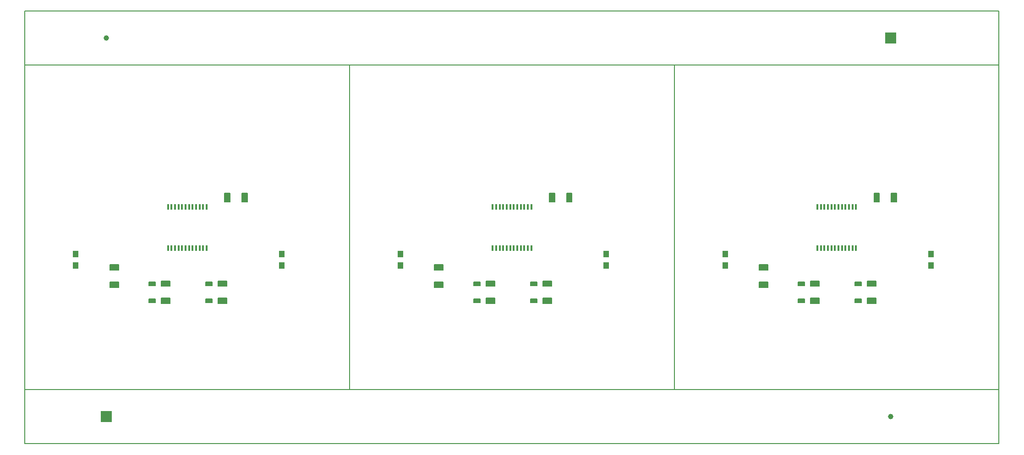
<source format=gbr>
G04 CAM350 V9.5.1 (Build 211) Date:  Fri Sep 21 11:09:19 2018 *
G04 Database: E:\9ÔÂ\9.21\PB18689\PB18689.cam *
G04 Layer 9: GTP *
%FSLAX33Y33*%
%MOMM*%
%SFA1.000B1.000*%

%MIA0B0*%
%IPPOS*%
%ADD11C,0.20000*%
%ADD20R,1.10000X1.30000*%
%ADD21R,0.35000X1.00000*%
%ADD31C,1.00000*%
%ADD33R,2.00000X2.00000*%
%ADD38R,2.00000X2.00000*%
%LNGTP*%
%LPD*%
G54D20*
X34800Y50450D03*
Y48350D03*
X72850Y50450D03*
Y48350D03*
G54D21*
X51825Y51590D03*
X52475D03*
X53125D03*
X53775D03*
X54425D03*
X55075D03*
X55725D03*
X56375D03*
X57025D03*
X57675D03*
X58325D03*
X58975D03*
Y59210D03*
X58325D03*
X57675D03*
X57025D03*
X56375D03*
X55725D03*
X55075D03*
X54425D03*
X53775D03*
X53125D03*
X52475D03*
X51825D03*
G54D20*
X94800Y50450D03*
Y48350D03*
X132850Y50450D03*
Y48350D03*
G54D21*
X111825Y51590D03*
X112475D03*
X113125D03*
X113775D03*
X114425D03*
X115075D03*
X115725D03*
X116375D03*
X117025D03*
X117675D03*
X118325D03*
X118975D03*
Y59210D03*
X118325D03*
X117675D03*
X117025D03*
X116375D03*
X115725D03*
X115075D03*
X114425D03*
X113775D03*
X113125D03*
X112475D03*
X111825D03*
G54D20*
X154800Y50450D03*
Y48350D03*
X192850Y50450D03*
Y48350D03*
G54D21*
X171825Y51590D03*
X172475D03*
X173125D03*
X173775D03*
X174425D03*
X175075D03*
X175725D03*
X176375D03*
X177025D03*
X177675D03*
X178325D03*
X178975D03*
Y59210D03*
X178325D03*
X177675D03*
X177025D03*
X176375D03*
X175725D03*
X175075D03*
X174425D03*
X173775D03*
X173125D03*
X172475D03*
X171825D03*
G54D38*
X185400Y90400D03*
G54D31*
X40400D03*
G54D33*
Y20400D03*
G54D31*
X185400D03*
G54D11*
X52200Y44500D02*
G01Y45500D01*
X50600*
Y44500*
X52200*
X50600D02*
G01Y45500D01*
X50700Y44500D02*
G01Y45500D01*
X50800Y44500D02*
G01Y45500D01*
X50900Y44500D02*
G01Y45500D01*
X51000Y44500D02*
G01Y45500D01*
X51100Y44500D02*
G01Y45500D01*
X51200Y44500D02*
G01Y45500D01*
X51300Y44500D02*
G01Y45500D01*
X51400Y44500D02*
G01Y45500D01*
X51500Y44500D02*
G01Y45500D01*
X51600Y44500D02*
G01Y45500D01*
X51700Y44500D02*
G01Y45500D01*
X51800Y44500D02*
G01Y45500D01*
X51900Y44500D02*
G01Y45500D01*
X52000Y44500D02*
G01Y45500D01*
X52100Y44500D02*
G01Y45500D01*
X52200Y44500D02*
G01Y45500D01*
X50600*
Y44500*
X52200*
X50600D02*
G01Y45500D01*
X50700Y44500D02*
G01Y45500D01*
X50800Y44500D02*
G01Y45500D01*
X50900Y44500D02*
G01Y45500D01*
X51000Y44500D02*
G01Y45500D01*
X51100Y44500D02*
G01Y45500D01*
X51200Y44500D02*
G01Y45500D01*
X51300Y44500D02*
G01Y45500D01*
X51400Y44500D02*
G01Y45500D01*
X51500Y44500D02*
G01Y45500D01*
X51600Y44500D02*
G01Y45500D01*
X51700Y44500D02*
G01Y45500D01*
X51800Y44500D02*
G01Y45500D01*
X51900Y44500D02*
G01Y45500D01*
X52000Y44500D02*
G01Y45500D01*
X52100Y44500D02*
G01Y45500D01*
X52200Y41300D02*
G01Y42300D01*
X50600*
Y41300*
X52200*
X50600D02*
G01Y42300D01*
X50700Y41300D02*
G01Y42300D01*
X50800Y41300D02*
G01Y42300D01*
X50900Y41300D02*
G01Y42300D01*
X51000Y41300D02*
G01Y42300D01*
X51100Y41300D02*
G01Y42300D01*
X51200Y41300D02*
G01Y42300D01*
X51300Y41300D02*
G01Y42300D01*
X51400Y41300D02*
G01Y42300D01*
X51500Y41300D02*
G01Y42300D01*
X51600Y41300D02*
G01Y42300D01*
X51700Y41300D02*
G01Y42300D01*
X51800Y41300D02*
G01Y42300D01*
X51900Y41300D02*
G01Y42300D01*
X52000Y41300D02*
G01Y42300D01*
X52100Y41300D02*
G01Y42300D01*
X62700Y44500D02*
G01Y45500D01*
X61100*
Y44500*
X62700*
X61100D02*
G01Y45500D01*
X61200Y44500D02*
G01Y45500D01*
X61300Y44500D02*
G01Y45500D01*
X61400Y44500D02*
G01Y45500D01*
X61500Y44500D02*
G01Y45500D01*
X61600Y44500D02*
G01Y45500D01*
X61700Y44500D02*
G01Y45500D01*
X61800Y44500D02*
G01Y45500D01*
X61900Y44500D02*
G01Y45500D01*
X62000Y44500D02*
G01Y45500D01*
X62100Y44500D02*
G01Y45500D01*
X62200Y44500D02*
G01Y45500D01*
X62300Y44500D02*
G01Y45500D01*
X62400Y44500D02*
G01Y45500D01*
X62500Y44500D02*
G01Y45500D01*
X62600Y44500D02*
G01Y45500D01*
X62700Y44500D02*
G01Y45500D01*
X61100*
Y44500*
X62700*
X61100D02*
G01Y45500D01*
X61200Y44500D02*
G01Y45500D01*
X61300Y44500D02*
G01Y45500D01*
X61400Y44500D02*
G01Y45500D01*
X61500Y44500D02*
G01Y45500D01*
X61600Y44500D02*
G01Y45500D01*
X61700Y44500D02*
G01Y45500D01*
X61800Y44500D02*
G01Y45500D01*
X61900Y44500D02*
G01Y45500D01*
X62000Y44500D02*
G01Y45500D01*
X62100Y44500D02*
G01Y45500D01*
X62200Y44500D02*
G01Y45500D01*
X62300Y44500D02*
G01Y45500D01*
X62400Y44500D02*
G01Y45500D01*
X62500Y44500D02*
G01Y45500D01*
X62600Y44500D02*
G01Y45500D01*
X62700Y41300D02*
G01Y42300D01*
X61100*
Y41300*
X62700*
X61100D02*
G01Y42300D01*
X61200Y41300D02*
G01Y42300D01*
X61300Y41300D02*
G01Y42300D01*
X61400Y41300D02*
G01Y42300D01*
X61500Y41300D02*
G01Y42300D01*
X61600Y41300D02*
G01Y42300D01*
X61700Y41300D02*
G01Y42300D01*
X61800Y41300D02*
G01Y42300D01*
X61900Y41300D02*
G01Y42300D01*
X62000Y41300D02*
G01Y42300D01*
X62100Y41300D02*
G01Y42300D01*
X62200Y41300D02*
G01Y42300D01*
X62300Y41300D02*
G01Y42300D01*
X62400Y41300D02*
G01Y42300D01*
X62500Y41300D02*
G01Y42300D01*
X62600Y41300D02*
G01Y42300D01*
X42700Y47500D02*
G01Y48500D01*
X41100*
Y47500*
X42700*
X41100D02*
G01Y48500D01*
X41200Y47500D02*
G01Y48500D01*
X41300Y47500D02*
G01Y48500D01*
X41400Y47500D02*
G01Y48500D01*
X41500Y47500D02*
G01Y48500D01*
X41600Y47500D02*
G01Y48500D01*
X41700Y47500D02*
G01Y48500D01*
X41800Y47500D02*
G01Y48500D01*
X41900Y47500D02*
G01Y48500D01*
X42000Y47500D02*
G01Y48500D01*
X42100Y47500D02*
G01Y48500D01*
X42200Y47500D02*
G01Y48500D01*
X42300Y47500D02*
G01Y48500D01*
X42400Y47500D02*
G01Y48500D01*
X42500Y47500D02*
G01Y48500D01*
X42600Y47500D02*
G01Y48500D01*
X42700Y47500D02*
G01Y48500D01*
X41100*
Y47500*
X42700*
X41100D02*
G01Y48500D01*
X41200Y47500D02*
G01Y48500D01*
X41300Y47500D02*
G01Y48500D01*
X41400Y47500D02*
G01Y48500D01*
X41500Y47500D02*
G01Y48500D01*
X41600Y47500D02*
G01Y48500D01*
X41700Y47500D02*
G01Y48500D01*
X41800Y47500D02*
G01Y48500D01*
X41900Y47500D02*
G01Y48500D01*
X42000Y47500D02*
G01Y48500D01*
X42100Y47500D02*
G01Y48500D01*
X42200Y47500D02*
G01Y48500D01*
X42300Y47500D02*
G01Y48500D01*
X42400Y47500D02*
G01Y48500D01*
X42500Y47500D02*
G01Y48500D01*
X42600Y47500D02*
G01Y48500D01*
X42700Y44300D02*
G01Y45300D01*
X41100*
Y44300*
X42700*
X41100D02*
G01Y45300D01*
X41200Y44300D02*
G01Y45300D01*
X41300Y44300D02*
G01Y45300D01*
X41400Y44300D02*
G01Y45300D01*
X41500Y44300D02*
G01Y45300D01*
X41600Y44300D02*
G01Y45300D01*
X41700Y44300D02*
G01Y45300D01*
X41800Y44300D02*
G01Y45300D01*
X41900Y44300D02*
G01Y45300D01*
X42000Y44300D02*
G01Y45300D01*
X42100Y44300D02*
G01Y45300D01*
X42200Y44300D02*
G01Y45300D01*
X42300Y44300D02*
G01Y45300D01*
X42400Y44300D02*
G01Y45300D01*
X42500Y44300D02*
G01Y45300D01*
X42600Y44300D02*
G01Y45300D01*
X65500Y60100D02*
G01X66500D01*
Y61700*
X65500*
Y60100*
Y61700*
X65600Y60100D02*
G01Y61700D01*
X65700Y60100D02*
G01Y61700D01*
X65800Y60100D02*
G01Y61700D01*
X65900Y60100D02*
G01Y61700D01*
X66000Y60100D02*
G01Y61700D01*
X66100Y60100D02*
G01Y61700D01*
X66200Y60100D02*
G01Y61700D01*
X66300Y60100D02*
G01Y61700D01*
X66400Y60100D02*
G01Y61700D01*
X65500Y60100D02*
G01X66500D01*
Y61700*
X65500*
Y60100*
Y61700*
X65600Y60100D02*
G01Y61700D01*
X65700Y60100D02*
G01Y61700D01*
X65800Y60100D02*
G01Y61700D01*
X65900Y60100D02*
G01Y61700D01*
X66000Y60100D02*
G01Y61700D01*
X66100Y60100D02*
G01Y61700D01*
X66200Y60100D02*
G01Y61700D01*
X66300Y60100D02*
G01Y61700D01*
X66400Y60100D02*
G01Y61700D01*
X62300Y60100D02*
G01X63300D01*
Y61700*
X62300*
Y60100*
Y61700*
X62400Y60100D02*
G01Y61700D01*
X62500Y60100D02*
G01Y61700D01*
X62600Y60100D02*
G01Y61700D01*
X62700Y60100D02*
G01Y61700D01*
X62800Y60100D02*
G01Y61700D01*
X62900Y60100D02*
G01Y61700D01*
X63000Y60100D02*
G01Y61700D01*
X63100Y60100D02*
G01Y61700D01*
X63200Y60100D02*
G01Y61700D01*
X48300Y42200D02*
G01Y41500D01*
X49500*
Y42200*
X48300*
Y41500D02*
G01Y42200D01*
X48400Y41500D02*
G01Y42200D01*
X48500Y41500D02*
G01Y42200D01*
X48600Y41500D02*
G01Y42200D01*
X48700Y41500D02*
G01Y42200D01*
X48800Y41500D02*
G01Y42200D01*
X48900Y41500D02*
G01Y42200D01*
X49000Y41500D02*
G01Y42200D01*
X49100Y41500D02*
G01Y42200D01*
X49200Y41500D02*
G01Y42200D01*
X49300Y41500D02*
G01Y42200D01*
X49400Y41500D02*
G01Y42200D01*
X48300Y45300D02*
G01Y44600D01*
X49500*
Y45300*
X48300*
Y44600D02*
G01Y45300D01*
X48400Y44600D02*
G01Y45300D01*
X48500Y44600D02*
G01Y45300D01*
X48600Y44600D02*
G01Y45300D01*
X48700Y44600D02*
G01Y45300D01*
X48800Y44600D02*
G01Y45300D01*
X48900Y44600D02*
G01Y45300D01*
X49000Y44600D02*
G01Y45300D01*
X49100Y44600D02*
G01Y45300D01*
X49200Y44600D02*
G01Y45300D01*
X49300Y44600D02*
G01Y45300D01*
X49400Y44600D02*
G01Y45300D01*
X58800Y42200D02*
G01Y41500D01*
X60000*
Y42200*
X58800*
Y41500D02*
G01Y42200D01*
X58900Y41500D02*
G01Y42200D01*
X59000Y41500D02*
G01Y42200D01*
X59100Y41500D02*
G01Y42200D01*
X59200Y41500D02*
G01Y42200D01*
X59300Y41500D02*
G01Y42200D01*
X59400Y41500D02*
G01Y42200D01*
X59500Y41500D02*
G01Y42200D01*
X59600Y41500D02*
G01Y42200D01*
X59700Y41500D02*
G01Y42200D01*
X59800Y41500D02*
G01Y42200D01*
X59900Y41500D02*
G01Y42200D01*
X58800Y45300D02*
G01Y44600D01*
X60000*
Y45300*
X58800*
Y44600D02*
G01Y45300D01*
X58900Y44600D02*
G01Y45300D01*
X59000Y44600D02*
G01Y45300D01*
X59100Y44600D02*
G01Y45300D01*
X59200Y44600D02*
G01Y45300D01*
X59300Y44600D02*
G01Y45300D01*
X59400Y44600D02*
G01Y45300D01*
X59500Y44600D02*
G01Y45300D01*
X59600Y44600D02*
G01Y45300D01*
X59700Y44600D02*
G01Y45300D01*
X59800Y44600D02*
G01Y45300D01*
X59900Y44600D02*
G01Y45300D01*
X112200Y44500D02*
G01Y45500D01*
X110600*
Y44500*
X112200*
X110600D02*
G01Y45500D01*
X110700Y44500D02*
G01Y45500D01*
X110800Y44500D02*
G01Y45500D01*
X110900Y44500D02*
G01Y45500D01*
X111000Y44500D02*
G01Y45500D01*
X111100Y44500D02*
G01Y45500D01*
X111200Y44500D02*
G01Y45500D01*
X111300Y44500D02*
G01Y45500D01*
X111400Y44500D02*
G01Y45500D01*
X111500Y44500D02*
G01Y45500D01*
X111600Y44500D02*
G01Y45500D01*
X111700Y44500D02*
G01Y45500D01*
X111800Y44500D02*
G01Y45500D01*
X111900Y44500D02*
G01Y45500D01*
X112000Y44500D02*
G01Y45500D01*
X112100Y44500D02*
G01Y45500D01*
X112200Y44500D02*
G01Y45500D01*
X110600*
Y44500*
X112200*
X110600D02*
G01Y45500D01*
X110700Y44500D02*
G01Y45500D01*
X110800Y44500D02*
G01Y45500D01*
X110900Y44500D02*
G01Y45500D01*
X111000Y44500D02*
G01Y45500D01*
X111100Y44500D02*
G01Y45500D01*
X111200Y44500D02*
G01Y45500D01*
X111300Y44500D02*
G01Y45500D01*
X111400Y44500D02*
G01Y45500D01*
X111500Y44500D02*
G01Y45500D01*
X111600Y44500D02*
G01Y45500D01*
X111700Y44500D02*
G01Y45500D01*
X111800Y44500D02*
G01Y45500D01*
X111900Y44500D02*
G01Y45500D01*
X112000Y44500D02*
G01Y45500D01*
X112100Y44500D02*
G01Y45500D01*
X112200Y41300D02*
G01Y42300D01*
X110600*
Y41300*
X112200*
X110600D02*
G01Y42300D01*
X110700Y41300D02*
G01Y42300D01*
X110800Y41300D02*
G01Y42300D01*
X110900Y41300D02*
G01Y42300D01*
X111000Y41300D02*
G01Y42300D01*
X111100Y41300D02*
G01Y42300D01*
X111200Y41300D02*
G01Y42300D01*
X111300Y41300D02*
G01Y42300D01*
X111400Y41300D02*
G01Y42300D01*
X111500Y41300D02*
G01Y42300D01*
X111600Y41300D02*
G01Y42300D01*
X111700Y41300D02*
G01Y42300D01*
X111800Y41300D02*
G01Y42300D01*
X111900Y41300D02*
G01Y42300D01*
X112000Y41300D02*
G01Y42300D01*
X112100Y41300D02*
G01Y42300D01*
X122700Y44500D02*
G01Y45500D01*
X121100*
Y44500*
X122700*
X121100D02*
G01Y45500D01*
X121200Y44500D02*
G01Y45500D01*
X121300Y44500D02*
G01Y45500D01*
X121400Y44500D02*
G01Y45500D01*
X121500Y44500D02*
G01Y45500D01*
X121600Y44500D02*
G01Y45500D01*
X121700Y44500D02*
G01Y45500D01*
X121800Y44500D02*
G01Y45500D01*
X121900Y44500D02*
G01Y45500D01*
X122000Y44500D02*
G01Y45500D01*
X122100Y44500D02*
G01Y45500D01*
X122200Y44500D02*
G01Y45500D01*
X122300Y44500D02*
G01Y45500D01*
X122400Y44500D02*
G01Y45500D01*
X122500Y44500D02*
G01Y45500D01*
X122600Y44500D02*
G01Y45500D01*
X122700Y44500D02*
G01Y45500D01*
X121100*
Y44500*
X122700*
X121100D02*
G01Y45500D01*
X121200Y44500D02*
G01Y45500D01*
X121300Y44500D02*
G01Y45500D01*
X121400Y44500D02*
G01Y45500D01*
X121500Y44500D02*
G01Y45500D01*
X121600Y44500D02*
G01Y45500D01*
X121700Y44500D02*
G01Y45500D01*
X121800Y44500D02*
G01Y45500D01*
X121900Y44500D02*
G01Y45500D01*
X122000Y44500D02*
G01Y45500D01*
X122100Y44500D02*
G01Y45500D01*
X122200Y44500D02*
G01Y45500D01*
X122300Y44500D02*
G01Y45500D01*
X122400Y44500D02*
G01Y45500D01*
X122500Y44500D02*
G01Y45500D01*
X122600Y44500D02*
G01Y45500D01*
X122700Y41300D02*
G01Y42300D01*
X121100*
Y41300*
X122700*
X121100D02*
G01Y42300D01*
X121200Y41300D02*
G01Y42300D01*
X121300Y41300D02*
G01Y42300D01*
X121400Y41300D02*
G01Y42300D01*
X121500Y41300D02*
G01Y42300D01*
X121600Y41300D02*
G01Y42300D01*
X121700Y41300D02*
G01Y42300D01*
X121800Y41300D02*
G01Y42300D01*
X121900Y41300D02*
G01Y42300D01*
X122000Y41300D02*
G01Y42300D01*
X122100Y41300D02*
G01Y42300D01*
X122200Y41300D02*
G01Y42300D01*
X122300Y41300D02*
G01Y42300D01*
X122400Y41300D02*
G01Y42300D01*
X122500Y41300D02*
G01Y42300D01*
X122600Y41300D02*
G01Y42300D01*
X102700Y47500D02*
G01Y48500D01*
X101100*
Y47500*
X102700*
X101100D02*
G01Y48500D01*
X101200Y47500D02*
G01Y48500D01*
X101300Y47500D02*
G01Y48500D01*
X101400Y47500D02*
G01Y48500D01*
X101500Y47500D02*
G01Y48500D01*
X101600Y47500D02*
G01Y48500D01*
X101700Y47500D02*
G01Y48500D01*
X101800Y47500D02*
G01Y48500D01*
X101900Y47500D02*
G01Y48500D01*
X102000Y47500D02*
G01Y48500D01*
X102100Y47500D02*
G01Y48500D01*
X102200Y47500D02*
G01Y48500D01*
X102300Y47500D02*
G01Y48500D01*
X102400Y47500D02*
G01Y48500D01*
X102500Y47500D02*
G01Y48500D01*
X102600Y47500D02*
G01Y48500D01*
X102700Y47500D02*
G01Y48500D01*
X101100*
Y47500*
X102700*
X101100D02*
G01Y48500D01*
X101200Y47500D02*
G01Y48500D01*
X101300Y47500D02*
G01Y48500D01*
X101400Y47500D02*
G01Y48500D01*
X101500Y47500D02*
G01Y48500D01*
X101600Y47500D02*
G01Y48500D01*
X101700Y47500D02*
G01Y48500D01*
X101800Y47500D02*
G01Y48500D01*
X101900Y47500D02*
G01Y48500D01*
X102000Y47500D02*
G01Y48500D01*
X102100Y47500D02*
G01Y48500D01*
X102200Y47500D02*
G01Y48500D01*
X102300Y47500D02*
G01Y48500D01*
X102400Y47500D02*
G01Y48500D01*
X102500Y47500D02*
G01Y48500D01*
X102600Y47500D02*
G01Y48500D01*
X102700Y44300D02*
G01Y45300D01*
X101100*
Y44300*
X102700*
X101100D02*
G01Y45300D01*
X101200Y44300D02*
G01Y45300D01*
X101300Y44300D02*
G01Y45300D01*
X101400Y44300D02*
G01Y45300D01*
X101500Y44300D02*
G01Y45300D01*
X101600Y44300D02*
G01Y45300D01*
X101700Y44300D02*
G01Y45300D01*
X101800Y44300D02*
G01Y45300D01*
X101900Y44300D02*
G01Y45300D01*
X102000Y44300D02*
G01Y45300D01*
X102100Y44300D02*
G01Y45300D01*
X102200Y44300D02*
G01Y45300D01*
X102300Y44300D02*
G01Y45300D01*
X102400Y44300D02*
G01Y45300D01*
X102500Y44300D02*
G01Y45300D01*
X102600Y44300D02*
G01Y45300D01*
X125500Y60100D02*
G01X126500D01*
Y61700*
X125500*
Y60100*
Y61700*
X125600Y60100D02*
G01Y61700D01*
X125700Y60100D02*
G01Y61700D01*
X125800Y60100D02*
G01Y61700D01*
X125900Y60100D02*
G01Y61700D01*
X126000Y60100D02*
G01Y61700D01*
X126100Y60100D02*
G01Y61700D01*
X126200Y60100D02*
G01Y61700D01*
X126300Y60100D02*
G01Y61700D01*
X126400Y60100D02*
G01Y61700D01*
X125500Y60100D02*
G01X126500D01*
Y61700*
X125500*
Y60100*
Y61700*
X125600Y60100D02*
G01Y61700D01*
X125700Y60100D02*
G01Y61700D01*
X125800Y60100D02*
G01Y61700D01*
X125900Y60100D02*
G01Y61700D01*
X126000Y60100D02*
G01Y61700D01*
X126100Y60100D02*
G01Y61700D01*
X126200Y60100D02*
G01Y61700D01*
X126300Y60100D02*
G01Y61700D01*
X126400Y60100D02*
G01Y61700D01*
X122300Y60100D02*
G01X123300D01*
Y61700*
X122300*
Y60100*
Y61700*
X122400Y60100D02*
G01Y61700D01*
X122500Y60100D02*
G01Y61700D01*
X122600Y60100D02*
G01Y61700D01*
X122700Y60100D02*
G01Y61700D01*
X122800Y60100D02*
G01Y61700D01*
X122900Y60100D02*
G01Y61700D01*
X123000Y60100D02*
G01Y61700D01*
X123100Y60100D02*
G01Y61700D01*
X123200Y60100D02*
G01Y61700D01*
X108300Y42200D02*
G01Y41500D01*
X109500*
Y42200*
X108300*
Y41500D02*
G01Y42200D01*
X108400Y41500D02*
G01Y42200D01*
X108500Y41500D02*
G01Y42200D01*
X108600Y41500D02*
G01Y42200D01*
X108700Y41500D02*
G01Y42200D01*
X108800Y41500D02*
G01Y42200D01*
X108900Y41500D02*
G01Y42200D01*
X109000Y41500D02*
G01Y42200D01*
X109100Y41500D02*
G01Y42200D01*
X109200Y41500D02*
G01Y42200D01*
X109300Y41500D02*
G01Y42200D01*
X109400Y41500D02*
G01Y42200D01*
X108300Y45300D02*
G01Y44600D01*
X109500*
Y45300*
X108300*
Y44600D02*
G01Y45300D01*
X108400Y44600D02*
G01Y45300D01*
X108500Y44600D02*
G01Y45300D01*
X108600Y44600D02*
G01Y45300D01*
X108700Y44600D02*
G01Y45300D01*
X108800Y44600D02*
G01Y45300D01*
X108900Y44600D02*
G01Y45300D01*
X109000Y44600D02*
G01Y45300D01*
X109100Y44600D02*
G01Y45300D01*
X109200Y44600D02*
G01Y45300D01*
X109300Y44600D02*
G01Y45300D01*
X109400Y44600D02*
G01Y45300D01*
X118800Y42200D02*
G01Y41500D01*
X120000*
Y42200*
X118800*
Y41500D02*
G01Y42200D01*
X118900Y41500D02*
G01Y42200D01*
X119000Y41500D02*
G01Y42200D01*
X119100Y41500D02*
G01Y42200D01*
X119200Y41500D02*
G01Y42200D01*
X119300Y41500D02*
G01Y42200D01*
X119400Y41500D02*
G01Y42200D01*
X119500Y41500D02*
G01Y42200D01*
X119600Y41500D02*
G01Y42200D01*
X119700Y41500D02*
G01Y42200D01*
X119800Y41500D02*
G01Y42200D01*
X119900Y41500D02*
G01Y42200D01*
X118800Y45300D02*
G01Y44600D01*
X120000*
Y45300*
X118800*
Y44600D02*
G01Y45300D01*
X118900Y44600D02*
G01Y45300D01*
X119000Y44600D02*
G01Y45300D01*
X119100Y44600D02*
G01Y45300D01*
X119200Y44600D02*
G01Y45300D01*
X119300Y44600D02*
G01Y45300D01*
X119400Y44600D02*
G01Y45300D01*
X119500Y44600D02*
G01Y45300D01*
X119600Y44600D02*
G01Y45300D01*
X119700Y44600D02*
G01Y45300D01*
X119800Y44600D02*
G01Y45300D01*
X119900Y44600D02*
G01Y45300D01*
X172200Y44500D02*
G01Y45500D01*
X170600*
Y44500*
X172200*
X170600D02*
G01Y45500D01*
X170700Y44500D02*
G01Y45500D01*
X170800Y44500D02*
G01Y45500D01*
X170900Y44500D02*
G01Y45500D01*
X171000Y44500D02*
G01Y45500D01*
X171100Y44500D02*
G01Y45500D01*
X171200Y44500D02*
G01Y45500D01*
X171300Y44500D02*
G01Y45500D01*
X171400Y44500D02*
G01Y45500D01*
X171500Y44500D02*
G01Y45500D01*
X171600Y44500D02*
G01Y45500D01*
X171700Y44500D02*
G01Y45500D01*
X171800Y44500D02*
G01Y45500D01*
X171900Y44500D02*
G01Y45500D01*
X172000Y44500D02*
G01Y45500D01*
X172100Y44500D02*
G01Y45500D01*
X172200Y44500D02*
G01Y45500D01*
X170600*
Y44500*
X172200*
X170600D02*
G01Y45500D01*
X170700Y44500D02*
G01Y45500D01*
X170800Y44500D02*
G01Y45500D01*
X170900Y44500D02*
G01Y45500D01*
X171000Y44500D02*
G01Y45500D01*
X171100Y44500D02*
G01Y45500D01*
X171200Y44500D02*
G01Y45500D01*
X171300Y44500D02*
G01Y45500D01*
X171400Y44500D02*
G01Y45500D01*
X171500Y44500D02*
G01Y45500D01*
X171600Y44500D02*
G01Y45500D01*
X171700Y44500D02*
G01Y45500D01*
X171800Y44500D02*
G01Y45500D01*
X171900Y44500D02*
G01Y45500D01*
X172000Y44500D02*
G01Y45500D01*
X172100Y44500D02*
G01Y45500D01*
X172200Y41300D02*
G01Y42300D01*
X170600*
Y41300*
X172200*
X170600D02*
G01Y42300D01*
X170700Y41300D02*
G01Y42300D01*
X170800Y41300D02*
G01Y42300D01*
X170900Y41300D02*
G01Y42300D01*
X171000Y41300D02*
G01Y42300D01*
X171100Y41300D02*
G01Y42300D01*
X171200Y41300D02*
G01Y42300D01*
X171300Y41300D02*
G01Y42300D01*
X171400Y41300D02*
G01Y42300D01*
X171500Y41300D02*
G01Y42300D01*
X171600Y41300D02*
G01Y42300D01*
X171700Y41300D02*
G01Y42300D01*
X171800Y41300D02*
G01Y42300D01*
X171900Y41300D02*
G01Y42300D01*
X172000Y41300D02*
G01Y42300D01*
X172100Y41300D02*
G01Y42300D01*
X182700Y44500D02*
G01Y45500D01*
X181100*
Y44500*
X182700*
X181100D02*
G01Y45500D01*
X181200Y44500D02*
G01Y45500D01*
X181300Y44500D02*
G01Y45500D01*
X181400Y44500D02*
G01Y45500D01*
X181500Y44500D02*
G01Y45500D01*
X181600Y44500D02*
G01Y45500D01*
X181700Y44500D02*
G01Y45500D01*
X181800Y44500D02*
G01Y45500D01*
X181900Y44500D02*
G01Y45500D01*
X182000Y44500D02*
G01Y45500D01*
X182100Y44500D02*
G01Y45500D01*
X182200Y44500D02*
G01Y45500D01*
X182300Y44500D02*
G01Y45500D01*
X182400Y44500D02*
G01Y45500D01*
X182500Y44500D02*
G01Y45500D01*
X182600Y44500D02*
G01Y45500D01*
X182700Y44500D02*
G01Y45500D01*
X181100*
Y44500*
X182700*
X181100D02*
G01Y45500D01*
X181200Y44500D02*
G01Y45500D01*
X181300Y44500D02*
G01Y45500D01*
X181400Y44500D02*
G01Y45500D01*
X181500Y44500D02*
G01Y45500D01*
X181600Y44500D02*
G01Y45500D01*
X181700Y44500D02*
G01Y45500D01*
X181800Y44500D02*
G01Y45500D01*
X181900Y44500D02*
G01Y45500D01*
X182000Y44500D02*
G01Y45500D01*
X182100Y44500D02*
G01Y45500D01*
X182200Y44500D02*
G01Y45500D01*
X182300Y44500D02*
G01Y45500D01*
X182400Y44500D02*
G01Y45500D01*
X182500Y44500D02*
G01Y45500D01*
X182600Y44500D02*
G01Y45500D01*
X182700Y41300D02*
G01Y42300D01*
X181100*
Y41300*
X182700*
X181100D02*
G01Y42300D01*
X181200Y41300D02*
G01Y42300D01*
X181300Y41300D02*
G01Y42300D01*
X181400Y41300D02*
G01Y42300D01*
X181500Y41300D02*
G01Y42300D01*
X181600Y41300D02*
G01Y42300D01*
X181700Y41300D02*
G01Y42300D01*
X181800Y41300D02*
G01Y42300D01*
X181900Y41300D02*
G01Y42300D01*
X182000Y41300D02*
G01Y42300D01*
X182100Y41300D02*
G01Y42300D01*
X182200Y41300D02*
G01Y42300D01*
X182300Y41300D02*
G01Y42300D01*
X182400Y41300D02*
G01Y42300D01*
X182500Y41300D02*
G01Y42300D01*
X182600Y41300D02*
G01Y42300D01*
X162700Y47500D02*
G01Y48500D01*
X161100*
Y47500*
X162700*
X161100D02*
G01Y48500D01*
X161200Y47500D02*
G01Y48500D01*
X161300Y47500D02*
G01Y48500D01*
X161400Y47500D02*
G01Y48500D01*
X161500Y47500D02*
G01Y48500D01*
X161600Y47500D02*
G01Y48500D01*
X161700Y47500D02*
G01Y48500D01*
X161800Y47500D02*
G01Y48500D01*
X161900Y47500D02*
G01Y48500D01*
X162000Y47500D02*
G01Y48500D01*
X162100Y47500D02*
G01Y48500D01*
X162200Y47500D02*
G01Y48500D01*
X162300Y47500D02*
G01Y48500D01*
X162400Y47500D02*
G01Y48500D01*
X162500Y47500D02*
G01Y48500D01*
X162600Y47500D02*
G01Y48500D01*
X162700Y47500D02*
G01Y48500D01*
X161100*
Y47500*
X162700*
X161100D02*
G01Y48500D01*
X161200Y47500D02*
G01Y48500D01*
X161300Y47500D02*
G01Y48500D01*
X161400Y47500D02*
G01Y48500D01*
X161500Y47500D02*
G01Y48500D01*
X161600Y47500D02*
G01Y48500D01*
X161700Y47500D02*
G01Y48500D01*
X161800Y47500D02*
G01Y48500D01*
X161900Y47500D02*
G01Y48500D01*
X162000Y47500D02*
G01Y48500D01*
X162100Y47500D02*
G01Y48500D01*
X162200Y47500D02*
G01Y48500D01*
X162300Y47500D02*
G01Y48500D01*
X162400Y47500D02*
G01Y48500D01*
X162500Y47500D02*
G01Y48500D01*
X162600Y47500D02*
G01Y48500D01*
X162700Y44300D02*
G01Y45300D01*
X161100*
Y44300*
X162700*
X161100D02*
G01Y45300D01*
X161200Y44300D02*
G01Y45300D01*
X161300Y44300D02*
G01Y45300D01*
X161400Y44300D02*
G01Y45300D01*
X161500Y44300D02*
G01Y45300D01*
X161600Y44300D02*
G01Y45300D01*
X161700Y44300D02*
G01Y45300D01*
X161800Y44300D02*
G01Y45300D01*
X161900Y44300D02*
G01Y45300D01*
X162000Y44300D02*
G01Y45300D01*
X162100Y44300D02*
G01Y45300D01*
X162200Y44300D02*
G01Y45300D01*
X162300Y44300D02*
G01Y45300D01*
X162400Y44300D02*
G01Y45300D01*
X162500Y44300D02*
G01Y45300D01*
X162600Y44300D02*
G01Y45300D01*
X185500Y60100D02*
G01X186500D01*
Y61700*
X185500*
Y60100*
Y61700*
X185600Y60100D02*
G01Y61700D01*
X185700Y60100D02*
G01Y61700D01*
X185800Y60100D02*
G01Y61700D01*
X185900Y60100D02*
G01Y61700D01*
X186000Y60100D02*
G01Y61700D01*
X186100Y60100D02*
G01Y61700D01*
X186200Y60100D02*
G01Y61700D01*
X186300Y60100D02*
G01Y61700D01*
X186400Y60100D02*
G01Y61700D01*
X185500Y60100D02*
G01X186500D01*
Y61700*
X185500*
Y60100*
Y61700*
X185600Y60100D02*
G01Y61700D01*
X185700Y60100D02*
G01Y61700D01*
X185800Y60100D02*
G01Y61700D01*
X185900Y60100D02*
G01Y61700D01*
X186000Y60100D02*
G01Y61700D01*
X186100Y60100D02*
G01Y61700D01*
X186200Y60100D02*
G01Y61700D01*
X186300Y60100D02*
G01Y61700D01*
X186400Y60100D02*
G01Y61700D01*
X182300Y60100D02*
G01X183300D01*
Y61700*
X182300*
Y60100*
Y61700*
X182400Y60100D02*
G01Y61700D01*
X182500Y60100D02*
G01Y61700D01*
X182600Y60100D02*
G01Y61700D01*
X182700Y60100D02*
G01Y61700D01*
X182800Y60100D02*
G01Y61700D01*
X182900Y60100D02*
G01Y61700D01*
X183000Y60100D02*
G01Y61700D01*
X183100Y60100D02*
G01Y61700D01*
X183200Y60100D02*
G01Y61700D01*
X168300Y42200D02*
G01Y41500D01*
X169500*
Y42200*
X168300*
Y41500D02*
G01Y42200D01*
X168400Y41500D02*
G01Y42200D01*
X168500Y41500D02*
G01Y42200D01*
X168600Y41500D02*
G01Y42200D01*
X168700Y41500D02*
G01Y42200D01*
X168800Y41500D02*
G01Y42200D01*
X168900Y41500D02*
G01Y42200D01*
X169000Y41500D02*
G01Y42200D01*
X169100Y41500D02*
G01Y42200D01*
X169200Y41500D02*
G01Y42200D01*
X169300Y41500D02*
G01Y42200D01*
X169400Y41500D02*
G01Y42200D01*
X168300Y45300D02*
G01Y44600D01*
X169500*
Y45300*
X168300*
Y44600D02*
G01Y45300D01*
X168400Y44600D02*
G01Y45300D01*
X168500Y44600D02*
G01Y45300D01*
X168600Y44600D02*
G01Y45300D01*
X168700Y44600D02*
G01Y45300D01*
X168800Y44600D02*
G01Y45300D01*
X168900Y44600D02*
G01Y45300D01*
X169000Y44600D02*
G01Y45300D01*
X169100Y44600D02*
G01Y45300D01*
X169200Y44600D02*
G01Y45300D01*
X169300Y44600D02*
G01Y45300D01*
X169400Y44600D02*
G01Y45300D01*
X178800Y42200D02*
G01Y41500D01*
X180000*
Y42200*
X178800*
Y41500D02*
G01Y42200D01*
X178900Y41500D02*
G01Y42200D01*
X179000Y41500D02*
G01Y42200D01*
X179100Y41500D02*
G01Y42200D01*
X179200Y41500D02*
G01Y42200D01*
X179300Y41500D02*
G01Y42200D01*
X179400Y41500D02*
G01Y42200D01*
X179500Y41500D02*
G01Y42200D01*
X179600Y41500D02*
G01Y42200D01*
X179700Y41500D02*
G01Y42200D01*
X179800Y41500D02*
G01Y42200D01*
X179900Y41500D02*
G01Y42200D01*
X178800Y45300D02*
G01Y44600D01*
X180000*
Y45300*
X178800*
Y44600D02*
G01Y45300D01*
X178900Y44600D02*
G01Y45300D01*
X179000Y44600D02*
G01Y45300D01*
X179100Y44600D02*
G01Y45300D01*
X179200Y44600D02*
G01Y45300D01*
X179300Y44600D02*
G01Y45300D01*
X179400Y44600D02*
G01Y45300D01*
X179500Y44600D02*
G01Y45300D01*
X179600Y44600D02*
G01Y45300D01*
X179700Y44600D02*
G01Y45300D01*
X179800Y44600D02*
G01Y45300D01*
X179900Y44600D02*
G01Y45300D01*
X25400Y25400D02*
G01X85400D01*
Y85400*
X25400*
Y25400*
X85400D02*
G01X145400D01*
Y85400*
X85400*
Y25400*
X145400D02*
G01X205400D01*
Y85400*
X145400*
Y25400*
X25400D02*
G01X205400D01*
Y15400*
X25400*
Y25400*
X205400Y85400D02*
G01X25400D01*
Y95400*
X205400*
Y85400*
M02*

</source>
